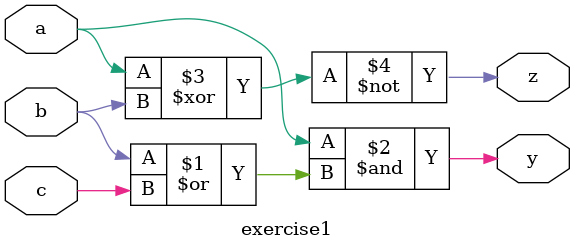
<source format=sv>
module exercise1(
	input logic a, b, c,
	output logic y, z
);
	assign y = a & (b | c);
	assign z = ~(a ^ b);
endmodule

</source>
